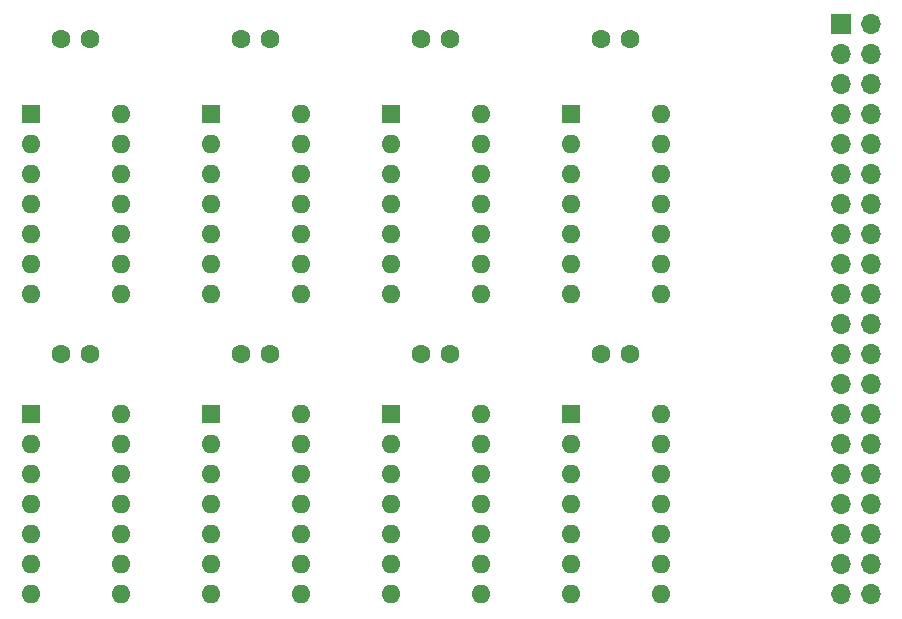
<source format=gts>
G04 #@! TF.GenerationSoftware,KiCad,Pcbnew,(5.1.12)-1*
G04 #@! TF.CreationDate,2022-10-05T17:55:37-05:00*
G04 #@! TF.ProjectId,address_logic,61646472-6573-4735-9f6c-6f6769632e6b,rev?*
G04 #@! TF.SameCoordinates,Original*
G04 #@! TF.FileFunction,Soldermask,Top*
G04 #@! TF.FilePolarity,Negative*
%FSLAX46Y46*%
G04 Gerber Fmt 4.6, Leading zero omitted, Abs format (unit mm)*
G04 Created by KiCad (PCBNEW (5.1.12)-1) date 2022-10-05 17:55:37*
%MOMM*%
%LPD*%
G01*
G04 APERTURE LIST*
%ADD10C,1.600000*%
%ADD11O,1.700000X1.700000*%
%ADD12R,1.700000X1.700000*%
%ADD13O,1.600000X1.600000*%
%ADD14R,1.600000X1.600000*%
G04 APERTURE END LIST*
D10*
X138430000Y-54610000D03*
X140930000Y-54610000D03*
X153670000Y-54610000D03*
X156170000Y-54610000D03*
X168910000Y-54610000D03*
X171410000Y-54610000D03*
X186650000Y-54610000D03*
X184150000Y-54610000D03*
X138430000Y-81280000D03*
X140930000Y-81280000D03*
X156170000Y-81280000D03*
X153670000Y-81280000D03*
X171410000Y-81280000D03*
X168910000Y-81280000D03*
X186650000Y-81280000D03*
X184150000Y-81280000D03*
D11*
X207010000Y-101600000D03*
X204470000Y-101600000D03*
X207010000Y-99060000D03*
X204470000Y-99060000D03*
X207010000Y-96520000D03*
X204470000Y-96520000D03*
X207010000Y-93980000D03*
X204470000Y-93980000D03*
X207010000Y-91440000D03*
X204470000Y-91440000D03*
X207010000Y-88900000D03*
X204470000Y-88900000D03*
X207010000Y-86360000D03*
X204470000Y-86360000D03*
X207010000Y-83820000D03*
X204470000Y-83820000D03*
X207010000Y-81280000D03*
X204470000Y-81280000D03*
X207010000Y-78740000D03*
X204470000Y-78740000D03*
X207010000Y-76200000D03*
X204470000Y-76200000D03*
X207010000Y-73660000D03*
X204470000Y-73660000D03*
X207010000Y-71120000D03*
X204470000Y-71120000D03*
X207010000Y-68580000D03*
X204470000Y-68580000D03*
X207010000Y-66040000D03*
X204470000Y-66040000D03*
X207010000Y-63500000D03*
X204470000Y-63500000D03*
X207010000Y-60960000D03*
X204470000Y-60960000D03*
X207010000Y-58420000D03*
X204470000Y-58420000D03*
X207010000Y-55880000D03*
X204470000Y-55880000D03*
X207010000Y-53340000D03*
D12*
X204470000Y-53340000D03*
D13*
X143510000Y-60960000D03*
X135890000Y-76200000D03*
X143510000Y-63500000D03*
X135890000Y-73660000D03*
X143510000Y-66040000D03*
X135890000Y-71120000D03*
X143510000Y-68580000D03*
X135890000Y-68580000D03*
X143510000Y-71120000D03*
X135890000Y-66040000D03*
X143510000Y-73660000D03*
X135890000Y-63500000D03*
X143510000Y-76200000D03*
D14*
X135890000Y-60960000D03*
X151130000Y-60960000D03*
D13*
X158750000Y-76200000D03*
X151130000Y-63500000D03*
X158750000Y-73660000D03*
X151130000Y-66040000D03*
X158750000Y-71120000D03*
X151130000Y-68580000D03*
X158750000Y-68580000D03*
X151130000Y-71120000D03*
X158750000Y-66040000D03*
X151130000Y-73660000D03*
X158750000Y-63500000D03*
X151130000Y-76200000D03*
X158750000Y-60960000D03*
D14*
X166370000Y-60960000D03*
D13*
X173990000Y-76200000D03*
X166370000Y-63500000D03*
X173990000Y-73660000D03*
X166370000Y-66040000D03*
X173990000Y-71120000D03*
X166370000Y-68580000D03*
X173990000Y-68580000D03*
X166370000Y-71120000D03*
X173990000Y-66040000D03*
X166370000Y-73660000D03*
X173990000Y-63500000D03*
X166370000Y-76200000D03*
X173990000Y-60960000D03*
D14*
X181610000Y-60960000D03*
D13*
X189230000Y-76200000D03*
X181610000Y-63500000D03*
X189230000Y-73660000D03*
X181610000Y-66040000D03*
X189230000Y-71120000D03*
X181610000Y-68580000D03*
X189230000Y-68580000D03*
X181610000Y-71120000D03*
X189230000Y-66040000D03*
X181610000Y-73660000D03*
X189230000Y-63500000D03*
X181610000Y-76200000D03*
X189230000Y-60960000D03*
X143510000Y-86360000D03*
X135890000Y-101600000D03*
X143510000Y-88900000D03*
X135890000Y-99060000D03*
X143510000Y-91440000D03*
X135890000Y-96520000D03*
X143510000Y-93980000D03*
X135890000Y-93980000D03*
X143510000Y-96520000D03*
X135890000Y-91440000D03*
X143510000Y-99060000D03*
X135890000Y-88900000D03*
X143510000Y-101600000D03*
D14*
X135890000Y-86360000D03*
D13*
X158750000Y-86360000D03*
X151130000Y-101600000D03*
X158750000Y-88900000D03*
X151130000Y-99060000D03*
X158750000Y-91440000D03*
X151130000Y-96520000D03*
X158750000Y-93980000D03*
X151130000Y-93980000D03*
X158750000Y-96520000D03*
X151130000Y-91440000D03*
X158750000Y-99060000D03*
X151130000Y-88900000D03*
X158750000Y-101600000D03*
D14*
X151130000Y-86360000D03*
X166370000Y-86360000D03*
D13*
X173990000Y-101600000D03*
X166370000Y-88900000D03*
X173990000Y-99060000D03*
X166370000Y-91440000D03*
X173990000Y-96520000D03*
X166370000Y-93980000D03*
X173990000Y-93980000D03*
X166370000Y-96520000D03*
X173990000Y-91440000D03*
X166370000Y-99060000D03*
X173990000Y-88900000D03*
X166370000Y-101600000D03*
X173990000Y-86360000D03*
X189230000Y-86360000D03*
X181610000Y-101600000D03*
X189230000Y-88900000D03*
X181610000Y-99060000D03*
X189230000Y-91440000D03*
X181610000Y-96520000D03*
X189230000Y-93980000D03*
X181610000Y-93980000D03*
X189230000Y-96520000D03*
X181610000Y-91440000D03*
X189230000Y-99060000D03*
X181610000Y-88900000D03*
X189230000Y-101600000D03*
D14*
X181610000Y-86360000D03*
M02*

</source>
